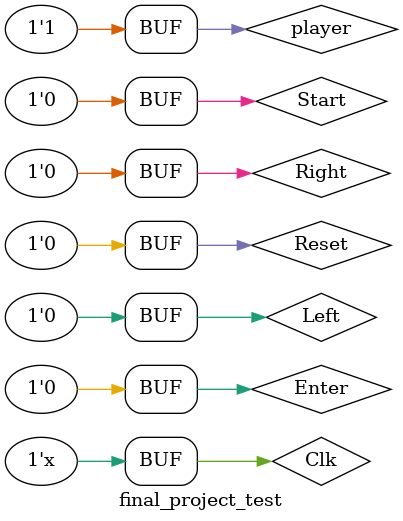
<source format=v>
`timescale 1ns / 1ps


module final_project_test;

	// Inputs
	reg Clk;
	reg Left;
	reg Right;
	reg Start;
	reg Reset;
	reg Enter;
	reg player;

	// Outputs
	wire q_Initial;
	wire q_Check;
	wire q_P1_Win;
	wire q_P2_Win;
	wire q_Draw;
	wire p1Win;
	wire p2Win;
	wire draw;
	
	reg [6*8:0] state_string; 
	// 6-character string for symbolic display of state


	// Instantiate the Unit Under Test (UUT)
	final_project uut (
	.Clk(Clk), 
	.Left(Left), 
	.Right(Right),
	.Start(Start),
	.Reset(Reset),
	.Enter(Enter),
	.q_Initial(q_Initial),
	.q_Check(q_Check),
	.q_P1_Win(q_P1_Win),
	.q_P2_Win(q_P2_Win),
	.q_Draw(q_Draw),
	.player(player),
	.p1Win(p1Win),
	.p2Win(p2Win),
	.draw(draw)
	);


	initial begin
		// Initialize Inputs
		Clk = 0;
		player = 0;
		Left = 0;
		Right = 0;
		Start = 0;
		Reset = 1;
		Enter = 0;
		
		#100;
		Reset = 0;
		
		// Wait 100 ns for global reset to finish
		#100;
        
		#50;
		Start = 1;
		#50;
		Start = 0;
		Enter = 1;
		#50;
		Right = 1;
		Enter = 0;
		#50;
		Right = 0;
		Enter = 1;
		#50;
		Right = 1;
		Enter = 0;
		#50;
		Enter = 1;
		Right = 0;
		#50;
		Enter = 0;
		
		
		
		// SECOND CASE
		#100;
		Reset = 1;
		#100;
		Reset = 0;
		#100;
		Start = 1;
		player = 1;
		#50;
		Start = 0;
		Enter = 1;
		#50;
		Enter = 0;
		Right = 1;
		#150;
		Right = 0;
		Enter = 1;
		#50;
		Enter = 0;
		Right = 1;
		#150;
		Enter = 1;
		Right = 0;
		#50;
		Enter = 0;
		
		
		// Add stimulus here

	end
    
	always #25 begin Clk = ~Clk; end
endmodule


</source>
